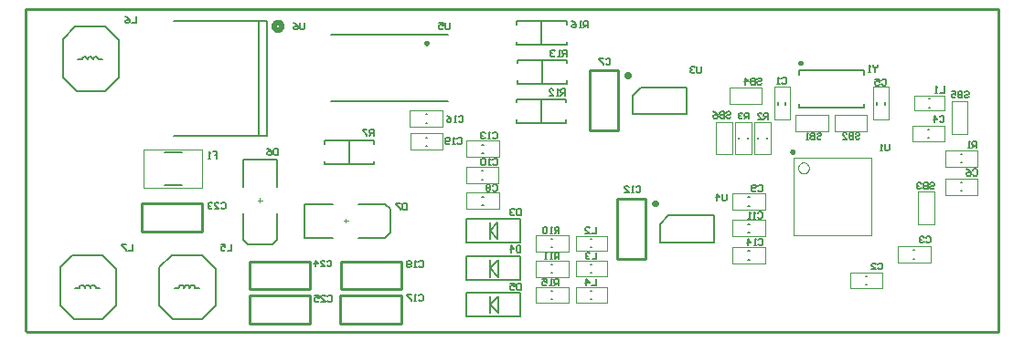
<source format=gbo>
%FSTAX23Y23*%
%MOIN*%
%SFA1B1*%

%IPPOS*%
%ADD22C,0.010000*%
%ADD24C,0.019700*%
%ADD27C,0.003900*%
%ADD62C,0.005900*%
%ADD64C,0.007900*%
%ADD65C,0.009800*%
%ADD66C,0.002000*%
%ADD110C,0.011800*%
%LNuzcar-1*%
%LPD*%
G54D22*
X03338Y02261D02*
Y02364D01*
X03117Y02261D02*
X03338D01*
X03117D02*
Y02364D01*
X03338*
Y02386D02*
Y02488D01*
X03117Y02386D02*
X03338D01*
X03117D02*
Y02488D01*
X03338*
X02725Y02597D02*
Y02699D01*
X02945*
Y02597D02*
Y02699D01*
X02725Y02597D02*
X02945D01*
X03671Y02386D02*
Y02488D01*
X0345Y02386D02*
X03671D01*
X0345D02*
Y02488D01*
X03671*
X03669Y02261D02*
Y02364D01*
X03448Y02261D02*
X03669D01*
X03448D02*
Y02364D01*
X03669*
X04458Y02496D02*
X04561D01*
X04458D02*
Y02717D01*
X04561*
Y02496D02*
Y02717D01*
X04358Y02966D02*
X0446D01*
X04358D02*
Y03187D01*
X0446*
Y02966D02*
Y03187D01*
X02301Y02234D02*
Y03411D01*
X02304Y02232D02*
X05847D01*
X02301Y03411D02*
X05846D01*
Y02234D02*
Y03411D01*
G54D24*
X03235Y03347D02*
D01*
X03235Y03348*
X03235Y03349*
X03234Y0335*
X03234Y03351*
X03234Y03352*
X03234Y03353*
X03233Y03354*
X03233Y03355*
X03232Y03355*
X03232Y03356*
X03231Y03357*
X0323Y03358*
X03229Y03358*
X03229Y03359*
X03228Y03359*
X03227Y0336*
X03226Y0336*
X03225Y03361*
X03224Y03361*
X03223Y03361*
X03222Y03361*
X03221Y03361*
X0322*
X03219Y03361*
X03218Y03361*
X03217Y03361*
X03216Y03361*
X03215Y0336*
X03215Y0336*
X03214Y03359*
X03213Y03359*
X03212Y03358*
X03211Y03358*
X03211Y03357*
X0321Y03356*
X03209Y03355*
X03209Y03355*
X03208Y03354*
X03208Y03353*
X03207Y03352*
X03207Y03351*
X03207Y0335*
X03207Y03349*
X03207Y03348*
X03207Y03347*
X03207Y03346*
X03207Y03345*
X03207Y03344*
X03207Y03343*
X03207Y03342*
X03208Y03341*
X03208Y03341*
X03209Y0334*
X03209Y03339*
X0321Y03338*
X03211Y03337*
X03211Y03337*
X03212Y03336*
X03213Y03336*
X03214Y03335*
X03215Y03335*
X03215Y03334*
X03216Y03334*
X03217Y03334*
X03218Y03333*
X03219Y03333*
X0322Y03333*
X03221*
X03222Y03333*
X03223Y03333*
X03224Y03334*
X03225Y03334*
X03226Y03334*
X03227Y03335*
X03228Y03335*
X03229Y03336*
X03229Y03336*
X0323Y03337*
X03231Y03337*
X03232Y03338*
X03232Y03339*
X03233Y0334*
X03233Y03341*
X03234Y03341*
X03234Y03342*
X03234Y03343*
X03234Y03344*
X03235Y03345*
X03235Y03346*
X03235Y03347*
G54D27*
X05156Y0283D02*
D01*
X05156Y02831*
X05156Y02832*
X05156Y02834*
X05156Y02835*
X05155Y02836*
X05155Y02838*
X05154Y02839*
X05153Y0284*
X05153Y02841*
X05152Y02842*
X05151Y02843*
X0515Y02844*
X05149Y02845*
X05148Y02846*
X05147Y02847*
X05145Y02847*
X05144Y02848*
X05143Y02848*
X05141Y02849*
X0514Y02849*
X05139Y02849*
X05137Y02849*
X05136*
X05135Y02849*
X05133Y02849*
X05132Y02849*
X05131Y02848*
X05129Y02848*
X05128Y02847*
X05127Y02847*
X05126Y02846*
X05125Y02845*
X05124Y02844*
X05123Y02843*
X05122Y02842*
X05121Y02841*
X0512Y0284*
X05119Y02839*
X05119Y02838*
X05118Y02836*
X05118Y02835*
X05117Y02834*
X05117Y02832*
X05117Y02831*
X05117Y0283*
X05117Y02828*
X05117Y02827*
X05117Y02825*
X05118Y02824*
X05118Y02823*
X05119Y02821*
X05119Y0282*
X0512Y02819*
X05121Y02818*
X05122Y02817*
X05123Y02816*
X05124Y02815*
X05125Y02814*
X05126Y02813*
X05127Y02812*
X05128Y02812*
X05129Y02811*
X05131Y02811*
X05132Y0281*
X05133Y0281*
X05135Y0281*
X05136Y0281*
X05137*
X05139Y0281*
X0514Y0281*
X05141Y0281*
X05143Y02811*
X05144Y02811*
X05145Y02812*
X05147Y02812*
X05148Y02813*
X05149Y02814*
X0515Y02815*
X05151Y02816*
X05152Y02817*
X05153Y02818*
X05153Y02819*
X05154Y0282*
X05155Y02821*
X05155Y02823*
X05156Y02824*
X05156Y02825*
X05156Y02827*
X05156Y02828*
X05156Y0283*
X05391Y03126D02*
X05447D01*
Y03006D02*
Y03126D01*
X05391Y03006D02*
X05447D01*
X05391D02*
Y03126D01*
X0503D02*
X05086D01*
Y03006D02*
Y03126D01*
X0503Y03006D02*
X05086D01*
X0503D02*
Y03126D01*
X05383Y02584D02*
Y02867D01*
X05099Y02584D02*
Y02867D01*
X05383*
X05099Y02584D02*
X05383D01*
X02944Y02758D02*
Y02896D01*
X02731D02*
X02944D01*
X02731Y02758D02*
Y02896D01*
Y02758D02*
X02944D01*
X0346Y02636D02*
X03476D01*
X03468Y02629D02*
Y02644D01*
X03155Y02704D02*
Y02719D01*
X03148Y02712D02*
X03163D01*
G54D62*
X0348Y02843D02*
Y0293D01*
X03389Y02918D02*
Y0293D01*
X03571*
Y02918D02*
Y0293D01*
Y02843D02*
Y02855D01*
X03389Y02843D02*
X03571D01*
X03389D02*
Y02855D01*
X0418Y02994D02*
Y03081D01*
X04271Y02994D02*
Y03006D01*
X0409Y02994D02*
X04271D01*
X0409D02*
Y03006D01*
Y03069D02*
Y03081D01*
X04271*
Y03069D02*
Y03081D01*
X04184Y03138D02*
Y03224D01*
X04275Y03138D02*
Y0315D01*
X04094Y03138D02*
X04275D01*
X04094D02*
Y0315D01*
Y03213D02*
Y03224D01*
X04275*
Y03213D02*
Y03224D01*
X04182Y03279D02*
Y03366D01*
X04273Y03279D02*
Y03291D01*
X04092Y03279D02*
X04273D01*
X04092D02*
Y03291D01*
Y03354D02*
Y03366D01*
X04273*
Y03354D02*
Y03366D01*
X05057Y03157D02*
X05061Y03161D01*
X05069*
X05073Y03157*
Y03141*
X05069Y03137*
X05061*
X05057Y03141*
X05049Y03137D02*
X05041D01*
X05045*
Y03161*
X05049Y03157*
X05408Y02478D02*
X05412Y02482D01*
X0542*
X05424Y02478*
Y02463*
X0542Y02459*
X05412*
X05408Y02463*
X05385Y02459D02*
X05401D01*
X05385Y02475*
Y02478*
X05389Y02482*
X05397*
X05401Y02478*
X05583Y02575D02*
X05587Y02579D01*
X05595*
X05599Y02575*
Y02559*
X05595Y02556*
X05587*
X05583Y02559*
X05576Y02575D02*
X05572Y02579D01*
X05564*
X0556Y02575*
Y02571*
X05564Y02567*
X05568*
X05564*
X0556Y02563*
Y02559*
X05564Y02556*
X05572*
X05576Y02559*
X05633Y03016D02*
X05637Y0302D01*
X05644*
X05648Y03016*
Y03*
X05644Y02996*
X05637*
X05633Y03*
X05613Y02996D02*
Y0302D01*
X05625Y03008*
X05609*
X05422Y03151D02*
X05426Y03155D01*
X05434*
X05438Y03151*
Y03136*
X05434Y03132*
X05426*
X05422Y03136*
X05398Y03155D02*
X05414D01*
Y03143*
X05406Y03147*
X05402*
X05398Y03143*
Y03136*
X05402Y03132*
X0541*
X05414Y03136*
X05754Y02822D02*
X05758Y02826D01*
X05766*
X0577Y02822*
Y02806*
X05766Y02802*
X05758*
X05754Y02806*
X05731Y02826D02*
X05739Y02822D01*
X05747Y02814*
Y02806*
X05743Y02802*
X05735*
X05731Y02806*
Y0281*
X05735Y02814*
X05747*
X04416Y03226D02*
X0442Y0323D01*
X04427*
X04431Y03226*
Y0321*
X04427Y03206*
X0442*
X04416Y0321*
X04408Y0323D02*
X04392D01*
Y03226*
X04408Y0321*
Y03206*
X04003Y02765D02*
X04007Y02769D01*
X04015*
X04019Y02765*
Y02749*
X04015Y02745*
X04007*
X04003Y02749*
X03995Y02765D02*
X03991Y02769D01*
X03983*
X03979Y02765*
Y02761*
X03983Y02757*
X03979Y02753*
Y02749*
X03983Y02745*
X03991*
X03995Y02749*
Y02753*
X03991Y02757*
X03995Y02761*
Y02765*
X03991Y02757D02*
X03983D01*
X04971Y02764D02*
X04975Y02768D01*
X04983*
X04987Y02764*
Y02748*
X04983Y02744*
X04975*
X04971Y02748*
X04964D02*
X0496Y02744D01*
X04952*
X04948Y02748*
Y02764*
X04952Y02768*
X0496*
X04964Y02764*
Y0276*
X0496Y02756*
X04948*
X04004Y02859D02*
X04008Y02863D01*
X04016*
X0402Y02859*
Y02843*
X04016Y02839*
X04008*
X04004Y02843*
X03996Y02839D02*
X03989D01*
X03992*
Y02863*
X03996Y02859*
X03977D02*
X03973Y02863D01*
X03965*
X03961Y02859*
Y02843*
X03965Y02839*
X03973*
X03977Y02843*
Y02859*
X0497Y02665D02*
X04974Y02669D01*
X04982*
X04986Y02665*
Y02649*
X04982Y02645*
X04974*
X0497Y02649*
X04962Y02645D02*
X04954D01*
X04958*
Y02669*
X04962Y02665*
X04943Y02645D02*
X04935D01*
X04939*
Y02669*
X04943Y02665*
X04526Y0276D02*
X0453Y02764D01*
X04538*
X04542Y0276*
Y02744*
X04538Y0274*
X0453*
X04526Y02744*
X04518Y0274D02*
X0451D01*
X04514*
Y02764*
X04518Y0276*
X04483Y0274D02*
X04499D01*
X04483Y02756*
Y0276*
X04487Y02764*
X04495*
X04499Y0276*
X04003Y02956D02*
X04007Y0296D01*
X04015*
X04019Y02956*
Y0294*
X04015Y02936*
X04007*
X04003Y0294*
X03995Y02936D02*
X03987D01*
X03991*
Y0296*
X03995Y02956*
X03976D02*
X03972Y0296D01*
X03964*
X0396Y02956*
Y02952*
X03964Y02948*
X03968*
X03964*
X0396Y02944*
Y0294*
X03964Y02936*
X03972*
X03976Y0294*
X04972Y02566D02*
X04976Y0257D01*
X04984*
X04988Y02566*
Y0255*
X04984Y02546*
X04976*
X04972Y0255*
X04964Y02546D02*
X04956D01*
X0496*
Y0257*
X04964Y02566*
X04933Y02546D02*
Y0257D01*
X04944Y02558*
X04929*
X03879Y03017D02*
X03883Y03021D01*
X03891*
X03895Y03017*
Y03001*
X03891Y02997*
X03883*
X03879Y03001*
X03871Y02997D02*
X03863D01*
X03867*
Y03021*
X03871Y03017*
X03836Y03021D02*
X03844Y03017D01*
X03852Y03009*
Y03001*
X03848Y02997*
X0384*
X03836Y03001*
Y03005*
X0384Y03009*
X03852*
X03733Y02364D02*
X03737Y02368D01*
X03745*
X03749Y02364*
Y02348*
X03745Y02344*
X03737*
X03733Y02348*
X03725Y02344D02*
X03717D01*
X03721*
Y02368*
X03725Y02364*
X03706Y02368D02*
X0369D01*
Y02364*
X03706Y02348*
Y02344*
X03734Y02486D02*
X03738Y0249D01*
X03746*
X0375Y02486*
Y0247*
X03746Y02466*
X03738*
X03734Y0247*
X03726Y02466D02*
X03718D01*
X03722*
Y0249*
X03726Y02486*
X03706D02*
X03702Y0249D01*
X03695*
X03691Y02486*
Y02482*
X03695Y02478*
X03691Y02474*
Y0247*
X03695Y02466*
X03702*
X03706Y0247*
Y02474*
X03702Y02478*
X03706Y02482*
Y02486*
X03702Y02478D02*
X03695D01*
X03874Y02936D02*
X03878Y0294D01*
X03886*
X0389Y02936*
Y0292*
X03886Y02916*
X03878*
X03874Y0292*
X03866Y02916D02*
X03858D01*
X03862*
Y0294*
X03866Y02936*
X03847Y0292D02*
X03843Y02916D01*
X03835*
X03831Y0292*
Y02936*
X03835Y0294*
X03843*
X03847Y02936*
Y02932*
X03843Y02928*
X03831*
X03013Y02699D02*
X03017Y02703D01*
X03025*
X03029Y02699*
Y02683*
X03025Y02679*
X03017*
X03013Y02683*
X0299Y02679D02*
X03005D01*
X0299Y02695*
Y02699*
X02994Y02703*
X03001*
X03005Y02699*
X02982D02*
X02978Y02703D01*
X0297*
X02966Y02699*
Y02695*
X0297Y02691*
X02974*
X0297*
X02966Y02687*
Y02683*
X0297Y02679*
X02978*
X02982Y02683*
X03399Y02488D02*
X03403Y02492D01*
X03411*
X03415Y02488*
Y02473*
X03411Y02469*
X03403*
X03399Y02473*
X03376Y02469D02*
X03391D01*
X03376Y02484*
Y02488*
X0338Y02492*
X03387*
X03391Y02488*
X03356Y02469D02*
Y02492D01*
X03368Y0248*
X03352*
X03401Y02361D02*
X03405Y02365D01*
X03413*
X03417Y02361*
Y02345*
X03413Y02341*
X03405*
X03401Y02345*
X03378Y02341D02*
X03393D01*
X03378Y02357*
Y02361*
X03382Y02365*
X03389*
X03393Y02361*
X03354Y02365D02*
X0337D01*
Y02353*
X03362Y02357*
X03358*
X03354Y02353*
Y02345*
X03358Y02341*
X03366*
X0337Y02345*
X04106Y0268D02*
Y02656D01*
X04095*
X04091Y0266*
Y02676*
X04095Y0268*
X04106*
X04083Y02676D02*
X04079Y0268D01*
X04071*
X04067Y02676*
Y02672*
X04071Y02668*
X04075*
X04071*
X04067Y02664*
Y0266*
X04071Y02656*
X04079*
X04083Y0266*
X04105Y02546D02*
Y02522D01*
X04093*
X04089Y02526*
Y02542*
X04093Y02546*
X04105*
X0407Y02522D02*
Y02546D01*
X04081Y02534*
X04066*
X04106Y02408D02*
Y02384D01*
X04094*
X0409Y02388*
Y02404*
X04094Y02408*
X04106*
X04067D02*
X04083D01*
Y02396*
X04075Y024*
X04071*
X04067Y02396*
Y02388*
X04071Y02384*
X04079*
X04083Y02388*
X03221Y02902D02*
Y02878D01*
X03209*
X03205Y02882*
Y02898*
X03209Y02902*
X03221*
X03182D02*
X03189Y02898D01*
X03197Y0289*
Y02882*
X03193Y02878*
X03186*
X03182Y02882*
Y02886*
X03186Y0289*
X03197*
X0369Y027D02*
Y02676D01*
X03678*
X03674Y0268*
Y02696*
X03678Y027*
X0369*
X03666D02*
X03651D01*
Y02696*
X03666Y0268*
Y02676*
X02983Y02889D02*
X02998D01*
Y02877*
X02991*
X02998*
Y02865*
X02975D02*
X02967D01*
X02971*
Y02889*
X02975Y02885*
X05649Y03129D02*
Y03105D01*
X05633*
X05625D02*
X05617D01*
X05621*
Y03129*
X05625Y03125*
X04381Y02613D02*
Y0259D01*
X04365*
X04342D02*
X04357D01*
X04342Y02605*
Y02609*
X04346Y02613*
X04353*
X04357Y02609*
X04382Y0252D02*
Y02496D01*
X04366*
X04358Y02516D02*
X04354Y0252D01*
X04347*
X04343Y02516*
Y02512*
X04347Y02508*
X04351*
X04347*
X04343Y02504*
Y025*
X04347Y02496*
X04354*
X04358Y025*
X0438Y02424D02*
Y02401D01*
X04365*
X04345D02*
Y02424D01*
X04357Y02412*
X04341*
X03052Y02551D02*
Y02527D01*
X03036*
X03013Y02551D02*
X03028D01*
Y02539*
X0302Y02543*
X03017*
X03013Y02539*
Y02531*
X03017Y02527*
X03024*
X03028Y02531*
X02703Y03383D02*
Y03359D01*
X02687*
X02664Y03383D02*
X02671Y03379D01*
X02679Y03371*
Y03363*
X02675Y03359*
X02668*
X02664Y03363*
Y03367*
X02668Y03371*
X02679*
X02691Y0255D02*
Y02526D01*
X02675*
X02667Y0255D02*
X02652D01*
Y02546*
X02667Y0253*
Y02526*
X05768Y02904D02*
Y02928D01*
X05756*
X05752Y02924*
Y02916*
X05756Y02912*
X05768*
X0576D02*
X05752Y02904D01*
X05745D02*
X05737D01*
X05741*
Y02928*
X05745Y02924*
X05008Y03008D02*
Y03032D01*
X04996*
X04992Y03028*
Y0302*
X04996Y03016*
X05008*
X05D02*
X04992Y03008D01*
X04969D02*
X04984D01*
X04969Y03024*
Y03028*
X04973Y03032*
X0498*
X04984Y03028*
X04938Y03009D02*
Y03032D01*
X04926*
X04922Y03028*
Y03021*
X04926Y03017*
X04938*
X0493D02*
X04922Y03009D01*
X04914Y03028D02*
X0491Y03032D01*
X04903*
X04899Y03028*
Y03025*
X04903Y03021*
X04906*
X04903*
X04899Y03017*
Y03013*
X04903Y03009*
X0491*
X04914Y03013*
X03569Y02948D02*
Y02972D01*
X03557*
X03553Y02968*
Y0296*
X03557Y02956*
X03569*
X03561D02*
X03553Y02948D01*
X03545Y02972D02*
X0353D01*
Y02968*
X03545Y02952*
Y02948*
X04245Y02591D02*
Y02615D01*
X04233*
X0423Y02611*
Y02603*
X04233Y02599*
X04245*
X04237D02*
X0423Y02591D01*
X04222D02*
X04214D01*
X04218*
Y02615*
X04222Y02611*
X04202D02*
X04198Y02615D01*
X0419*
X04186Y02611*
Y02595*
X0419Y02591*
X04198*
X04202Y02595*
Y02611*
X04244Y02496D02*
Y02519D01*
X04232*
X04229Y02516*
Y02508*
X04232Y02504*
X04244*
X04236D02*
X04229Y02496D01*
X04221D02*
X04213D01*
X04217*
Y02519*
X04221Y02516*
X04201Y02496D02*
X04193D01*
X04197*
Y02519*
X04201Y02516*
X04268Y03095D02*
Y03119D01*
X04256*
X04252Y03115*
Y03107*
X04256Y03103*
X04268*
X0426D02*
X04252Y03095D01*
X04245D02*
X04237D01*
X04241*
Y03119*
X04245Y03115*
X04209Y03095D02*
X04225D01*
X04209Y03111*
Y03115*
X04213Y03119*
X04221*
X04225Y03115*
X04273Y03238D02*
Y03262D01*
X04261*
X04257Y03258*
Y0325*
X04261Y03246*
X04273*
X04265D02*
X04257Y03238D01*
X0425D02*
X04242D01*
X04246*
Y03262*
X0425Y03258*
X0423D02*
X04226Y03262D01*
X04218*
X04214Y03258*
Y03254*
X04218Y0325*
X04222*
X04218*
X04214Y03246*
Y03242*
X04218Y03238*
X04226*
X0423Y03242*
X04244Y02401D02*
Y02424D01*
X04232*
X04228Y0242*
Y02412*
X04232Y02408*
X04244*
X04236D02*
X04228Y02401D01*
X0422D02*
X04212D01*
X04216*
Y02424*
X0422Y0242*
X04185Y02424D02*
X042D01*
Y02412*
X04192Y02416*
X04188*
X04185Y02412*
Y02405*
X04188Y02401*
X04196*
X042Y02405*
X04351Y03343D02*
Y03367D01*
X04339*
X04335Y03363*
Y03355*
X04339Y03351*
X04351*
X04343D02*
X04335Y03343D01*
X04328D02*
X0432D01*
X04324*
Y03367*
X04328Y03363*
X04292Y03367D02*
X043Y03363D01*
X04308Y03355*
Y03347*
X04304Y03343*
X04296*
X04292Y03347*
Y03351*
X04296Y03355*
X04308*
X05186Y02954D02*
X0519Y02958D01*
X05198*
X05202Y02954*
Y0295*
X05198Y02946*
X0519*
X05186Y02942*
Y02938*
X0519Y02934*
X05198*
X05202Y02938*
X05178Y02958D02*
Y02934D01*
X05166*
X05162Y02938*
Y02942*
X05166Y02946*
X05178*
X05166*
X05162Y0295*
Y02954*
X05166Y02958*
X05178*
X05154Y02934D02*
X05147D01*
X05151*
Y02958*
X05154Y02954*
X05326Y02955D02*
X0533Y02959D01*
X05338*
X05342Y02955*
Y02951*
X05338Y02947*
X0533*
X05326Y02943*
Y02939*
X0533Y02935*
X05338*
X05342Y02939*
X05318Y02959D02*
Y02935D01*
X05307*
X05303Y02939*
Y02943*
X05307Y02947*
X05318*
X05307*
X05303Y02951*
Y02955*
X05307Y02959*
X05318*
X05279Y02935D02*
X05295D01*
X05279Y02951*
Y02955*
X05283Y02959*
X05291*
X05295Y02955*
X05597Y02772D02*
X05601Y02776D01*
X05609*
X05613Y02772*
Y02768*
X05609Y02765*
X05601*
X05597Y02761*
Y02757*
X05601Y02753*
X05609*
X05613Y02757*
X05589Y02776D02*
Y02753D01*
X05578*
X05574Y02757*
Y02761*
X05578Y02765*
X05589*
X05578*
X05574Y02768*
Y02772*
X05578Y02776*
X05589*
X05566Y02772D02*
X05562Y02776D01*
X05554*
X0555Y02772*
Y02768*
X05554Y02765*
X05558*
X05554*
X0555Y02761*
Y02757*
X05554Y02753*
X05562*
X05566Y02757*
X04968Y03154D02*
X04972Y03158D01*
X0498*
X04983Y03154*
Y03151*
X0498Y03147*
X04972*
X04968Y03143*
Y03139*
X04972Y03135*
X0498*
X04983Y03139*
X0496Y03158D02*
Y03135D01*
X04948*
X04944Y03139*
Y03143*
X04948Y03147*
X0496*
X04948*
X04944Y03151*
Y03154*
X04948Y03158*
X0496*
X04924Y03135D02*
Y03158D01*
X04936Y03147*
X04921*
X05723Y03106D02*
X05727Y0311D01*
X05735*
X05739Y03106*
Y03102*
X05735Y03098*
X05727*
X05723Y03094*
Y0309*
X05727Y03086*
X05735*
X05739Y0309*
X05715Y0311D02*
Y03086D01*
X05704*
X057Y0309*
Y03094*
X05704Y03098*
X05715*
X05704*
X057Y03102*
Y03106*
X05704Y0311*
X05715*
X05676D02*
X05692D01*
Y03098*
X05684Y03102*
X0568*
X05676Y03098*
Y0309*
X0568Y03086*
X05688*
X05692Y0309*
X04855Y03032D02*
X04859Y03036D01*
X04867*
X04871Y03032*
Y03028*
X04867Y03024*
X04859*
X04855Y0302*
Y03016*
X04859Y03012*
X04867*
X04871Y03016*
X04847Y03036D02*
Y03012D01*
X04836*
X04832Y03016*
Y0302*
X04836Y03024*
X04847*
X04836*
X04832Y03028*
Y03032*
X04836Y03036*
X04847*
X04808D02*
X04816Y03032D01*
X04824Y03024*
Y03016*
X0482Y03012*
X04812*
X04808Y03016*
Y0302*
X04812Y03024*
X04824*
X05449Y02916D02*
Y02897D01*
X05445Y02893*
X05437*
X05433Y02897*
Y02916*
X05425Y02893D02*
X05418D01*
X05422*
Y02916*
X05425Y02912*
X04764Y03201D02*
Y03181D01*
X0476Y03177*
X04752*
X04748Y03181*
Y03201*
X0474Y03197D02*
X04736Y03201D01*
X04729*
X04725Y03197*
Y03193*
X04729Y03189*
X04732*
X04729*
X04725Y03185*
Y03181*
X04729Y03177*
X04736*
X0474Y03181*
X04856Y02735D02*
Y02715D01*
X04852Y02711*
X04844*
X0484Y02715*
Y02735*
X04821Y02711D02*
Y02735D01*
X04832Y02723*
X04817*
X03847Y03361D02*
Y03341D01*
X03843Y03337*
X03835*
X03831Y03341*
Y03361*
X03808D02*
X03823D01*
Y03349*
X03815Y03353*
X03812*
X03808Y03349*
Y03341*
X03812Y03337*
X03819*
X03823Y03341*
X03317Y0336D02*
Y0334D01*
X03313Y03336*
X03305*
X03301Y0334*
Y0336*
X03278D02*
X03285Y03356D01*
X03293Y03348*
Y0334*
X03289Y03336*
X03282*
X03278Y0334*
Y03344*
X03282Y03348*
X03293*
X05406Y03206D02*
Y03202D01*
X05398Y03194*
X0539Y03202*
Y03206*
X05398Y03194D02*
Y03182D01*
X05382D02*
X05374D01*
X05378*
Y03206*
X05382Y03202*
G54D64*
X02516Y02392D02*
D01*
X02516Y02393*
X02516Y02394*
X02516Y02394*
X02516Y02395*
X02516Y02396*
X02516Y02396*
X02515Y02397*
X02515Y02398*
X02514Y02398*
X02514Y02399*
X02514Y02399*
X02513Y024*
X02513Y024*
X02512Y02401*
X02511Y02401*
X02511Y02401*
X0251Y02402*
X02509Y02402*
X02509Y02402*
X02508Y02402*
X02507Y02402*
X02507Y02402*
X02506*
X02505Y02402*
X02505Y02402*
X02504Y02402*
X02503Y02402*
X02503Y02402*
X02502Y02401*
X02501Y02401*
X02501Y02401*
X025Y024*
X025Y024*
X02499Y02399*
X02499Y02399*
X02498Y02398*
X02498Y02398*
X02498Y02397*
X02497Y02396*
X02497Y02396*
X02497Y02395*
X02497Y02394*
X02496Y02394*
X02496Y02393*
X02496Y02392*
X02536D02*
D01*
X02536Y02393*
X02536Y02394*
X02536Y02394*
X02536Y02395*
X02536Y02396*
X02536Y02396*
X02535Y02397*
X02535Y02398*
X02534Y02398*
X02534Y02399*
X02534Y02399*
X02533Y024*
X02533Y024*
X02532Y02401*
X02531Y02401*
X02531Y02401*
X0253Y02402*
X02529Y02402*
X02529Y02402*
X02528Y02402*
X02527Y02402*
X02527Y02402*
X02526*
X02525Y02402*
X02525Y02402*
X02524Y02402*
X02523Y02402*
X02523Y02402*
X02522Y02401*
X02521Y02401*
X02521Y02401*
X0252Y024*
X0252Y024*
X02519Y02399*
X02519Y02399*
X02518Y02398*
X02518Y02398*
X02518Y02397*
X02517Y02396*
X02517Y02396*
X02517Y02395*
X02517Y02394*
X02516Y02394*
X02516Y02393*
X02516Y02392*
X02556D02*
D01*
X02556Y02393*
X02556Y02394*
X02556Y02394*
X02556Y02395*
X02556Y02396*
X02556Y02396*
X02555Y02397*
X02555Y02398*
X02554Y02398*
X02554Y02399*
X02554Y02399*
X02553Y024*
X02553Y024*
X02552Y02401*
X02551Y02401*
X02551Y02401*
X0255Y02402*
X02549Y02402*
X02549Y02402*
X02548Y02402*
X02547Y02402*
X02547Y02402*
X02546*
X02545Y02402*
X02545Y02402*
X02544Y02402*
X02543Y02402*
X02543Y02402*
X02542Y02401*
X02541Y02401*
X02541Y02401*
X0254Y024*
X0254Y024*
X02539Y02399*
X02539Y02399*
X02538Y02398*
X02538Y02398*
X02538Y02397*
X02537Y02396*
X02537Y02396*
X02537Y02395*
X02537Y02394*
X02536Y02394*
X02536Y02393*
X02536Y02392*
X02526Y03226D02*
D01*
X02526Y03227*
X02526Y03228*
X02526Y03228*
X02526Y03229*
X02526Y0323*
X02526Y0323*
X02525Y03231*
X02525Y03232*
X02524Y03232*
X02524Y03233*
X02524Y03233*
X02523Y03234*
X02523Y03234*
X02522Y03235*
X02521Y03235*
X02521Y03235*
X0252Y03236*
X02519Y03236*
X02519Y03236*
X02518Y03236*
X02517Y03236*
X02517Y03236*
X02516*
X02515Y03236*
X02515Y03236*
X02514Y03236*
X02513Y03236*
X02513Y03236*
X02512Y03235*
X02511Y03235*
X02511Y03235*
X0251Y03234*
X0251Y03234*
X02509Y03233*
X02509Y03233*
X02508Y03232*
X02508Y03232*
X02508Y03231*
X02507Y0323*
X02507Y0323*
X02507Y03229*
X02507Y03228*
X02506Y03228*
X02506Y03227*
X02506Y03226*
X02546D02*
D01*
X02546Y03227*
X02546Y03228*
X02546Y03228*
X02546Y03229*
X02546Y0323*
X02546Y0323*
X02545Y03231*
X02545Y03232*
X02544Y03232*
X02544Y03233*
X02544Y03233*
X02543Y03234*
X02543Y03234*
X02542Y03235*
X02541Y03235*
X02541Y03235*
X0254Y03236*
X02539Y03236*
X02539Y03236*
X02538Y03236*
X02537Y03236*
X02537Y03236*
X02536*
X02535Y03236*
X02535Y03236*
X02534Y03236*
X02533Y03236*
X02533Y03236*
X02532Y03235*
X02531Y03235*
X02531Y03235*
X0253Y03234*
X0253Y03234*
X02529Y03233*
X02529Y03233*
X02528Y03232*
X02528Y03232*
X02528Y03231*
X02527Y0323*
X02527Y0323*
X02527Y03229*
X02527Y03228*
X02526Y03228*
X02526Y03227*
X02526Y03226*
X02566D02*
D01*
X02566Y03227*
X02566Y03228*
X02566Y03228*
X02566Y03229*
X02566Y0323*
X02566Y0323*
X02565Y03231*
X02565Y03232*
X02564Y03232*
X02564Y03233*
X02564Y03233*
X02563Y03234*
X02563Y03234*
X02562Y03235*
X02561Y03235*
X02561Y03235*
X0256Y03236*
X02559Y03236*
X02559Y03236*
X02558Y03236*
X02557Y03236*
X02557Y03236*
X02556*
X02555Y03236*
X02555Y03236*
X02554Y03236*
X02553Y03236*
X02553Y03236*
X02552Y03235*
X02551Y03235*
X02551Y03235*
X0255Y03234*
X0255Y03234*
X02549Y03233*
X02549Y03233*
X02548Y03232*
X02548Y03232*
X02548Y03231*
X02547Y0323*
X02547Y0323*
X02547Y03229*
X02547Y03228*
X02546Y03228*
X02546Y03227*
X02546Y03226*
X02878Y02392D02*
D01*
X02878Y02393*
X02878Y02394*
X02878Y02394*
X02878Y02395*
X02878Y02396*
X02878Y02396*
X02877Y02397*
X02877Y02398*
X02876Y02398*
X02876Y02399*
X02876Y02399*
X02875Y024*
X02875Y024*
X02874Y02401*
X02873Y02401*
X02873Y02401*
X02872Y02402*
X02871Y02402*
X02871Y02402*
X0287Y02402*
X02869Y02402*
X02869Y02402*
X02868*
X02867Y02402*
X02867Y02402*
X02866Y02402*
X02865Y02402*
X02865Y02402*
X02864Y02401*
X02863Y02401*
X02863Y02401*
X02862Y024*
X02862Y024*
X02861Y02399*
X02861Y02399*
X0286Y02398*
X0286Y02398*
X0286Y02397*
X02859Y02396*
X02859Y02396*
X02859Y02395*
X02859Y02394*
X02858Y02394*
X02858Y02393*
X02858Y02392*
X02898D02*
D01*
X02898Y02393*
X02898Y02394*
X02898Y02394*
X02898Y02395*
X02898Y02396*
X02898Y02396*
X02897Y02397*
X02897Y02398*
X02896Y02398*
X02896Y02399*
X02896Y02399*
X02895Y024*
X02895Y024*
X02894Y02401*
X02893Y02401*
X02893Y02401*
X02892Y02402*
X02891Y02402*
X02891Y02402*
X0289Y02402*
X02889Y02402*
X02889Y02402*
X02888*
X02887Y02402*
X02887Y02402*
X02886Y02402*
X02885Y02402*
X02885Y02402*
X02884Y02401*
X02883Y02401*
X02883Y02401*
X02882Y024*
X02882Y024*
X02881Y02399*
X02881Y02399*
X0288Y02398*
X0288Y02398*
X0288Y02397*
X02879Y02396*
X02879Y02396*
X02879Y02395*
X02879Y02394*
X02878Y02394*
X02878Y02393*
X02878Y02392*
X02918D02*
D01*
X02918Y02393*
X02918Y02394*
X02918Y02394*
X02918Y02395*
X02918Y02396*
X02918Y02396*
X02917Y02397*
X02917Y02398*
X02916Y02398*
X02916Y02399*
X02916Y02399*
X02915Y024*
X02915Y024*
X02914Y02401*
X02913Y02401*
X02913Y02401*
X02912Y02402*
X02911Y02402*
X02911Y02402*
X0291Y02402*
X02909Y02402*
X02909Y02402*
X02908*
X02907Y02402*
X02907Y02402*
X02906Y02402*
X02905Y02402*
X02905Y02402*
X02904Y02401*
X02903Y02401*
X02903Y02401*
X02902Y024*
X02902Y024*
X02901Y02399*
X02901Y02399*
X029Y02398*
X029Y02398*
X029Y02397*
X02899Y02396*
X02899Y02396*
X02899Y02395*
X02899Y02394*
X02898Y02394*
X02898Y02393*
X02898Y02392*
X05433Y0306D02*
Y03072D01*
X05405Y0306D02*
Y03072D01*
X05072Y0306D02*
Y03072D01*
X05044Y0306D02*
Y03072D01*
X03993Y02569D02*
Y02632D01*
X04105Y02558D02*
Y02644D01*
X03908Y02558D02*
X04105D01*
X03908D02*
Y02644D01*
X04105*
X03993Y02601D02*
X04022Y02632D01*
Y02569D02*
Y02632D01*
X03993Y02601D02*
X04022Y02569D01*
X03994Y02432D02*
Y02495D01*
X04105Y0242D02*
Y02507D01*
X03908Y0242D02*
X04105D01*
X03908D02*
Y02507D01*
X04105*
X03994Y02464D02*
X04023Y02495D01*
Y02432D02*
Y02495D01*
X03994Y02464D02*
X04023Y02432D01*
X03994Y02299D02*
Y02362D01*
X04105Y02287D02*
Y02374D01*
X03908Y02287D02*
X04105D01*
X03908D02*
Y02374D01*
X04105*
X03994Y02331D02*
X04023Y02362D01*
Y02299D02*
Y02362D01*
X03994Y02331D02*
X04023Y02299D01*
X03415Y03318D02*
X03842D01*
X03415Y03075D02*
X03842D01*
X03151Y02947D02*
Y03367D01*
X02841Y02947D02*
X03181D01*
Y03367*
X02841D02*
X03181D01*
X04643Y02656D02*
X04812D01*
X04613Y02625D02*
X04643Y02656D01*
X04613Y02558D02*
Y02625D01*
X04812Y02558D02*
Y02656D01*
X04613Y02558D02*
X04812D01*
X04513Y03027D02*
X04712D01*
Y03125*
X04513Y03027D02*
Y03094D01*
X04543Y03125*
X04712*
X0376Y02942D02*
X03764D01*
X0376Y0291D02*
X03764D01*
X03759Y02995D02*
X03763D01*
X03759Y03026D02*
X03763D01*
X04935Y02494D02*
X04939D01*
X04935Y02526D02*
X04939D01*
X03965Y02883D02*
X03969D01*
X03965Y02915D02*
X03969D01*
X04935Y02594D02*
X04939D01*
X04935Y02625D02*
X04939D01*
X03964Y02788D02*
X03968D01*
X03964Y0282D02*
X03968D01*
X04935Y02691D02*
X04939D01*
X04935Y02723D02*
X04939D01*
X03965Y02694D02*
X03969D01*
X03965Y02725D02*
X03969D01*
X0571Y02746D02*
X05714D01*
X0571Y02777D02*
X05714D01*
X05591Y02972D02*
X05595D01*
X05591Y0294D02*
X05595D01*
X05538Y0253D02*
X05542D01*
X05538Y02498D02*
X05542D01*
X05363Y02403D02*
X05367D01*
X05363Y02434D02*
X05367D01*
X04361Y02382D02*
X04365D01*
X04361Y02351D02*
X04365D01*
X04361D02*
X04365D01*
X04361Y02382D02*
X04365D01*
X04361Y02477D02*
X04365D01*
X04361Y02446D02*
X04365D01*
X04361D02*
X04365D01*
X04361Y02477D02*
X04365D01*
X04361Y0257D02*
X04365D01*
X04361Y02539D02*
X04365D01*
X04361D02*
X04365D01*
X04361Y0257D02*
X04365D01*
X05594Y03083D02*
X05598D01*
X05594Y03052D02*
X05598D01*
X05594D02*
X05598D01*
X05594Y03083D02*
X05598D01*
X04218Y0235D02*
X04222D01*
X04218Y02381D02*
X04222D01*
X04218Y02446D02*
X04222D01*
X04218Y02477D02*
X04222D01*
X04218Y02539D02*
X04222D01*
X04218Y0257D02*
X04222D01*
X04933Y02937D02*
Y02941D01*
X04901Y02937D02*
Y02941D01*
X04971Y02937D02*
Y02941D01*
X05003Y02937D02*
Y02941D01*
X0571Y02849D02*
X05714D01*
X0571Y0288D02*
X05714D01*
X03318Y02575D02*
Y02697D01*
X03612D02*
X03629Y0268D01*
X03612Y02575D02*
X03629Y02593D01*
Y0268*
X03318Y02697D02*
X03421D01*
X03318Y02575D02*
X03421D01*
X03515D02*
X03612D01*
X03515Y02697D02*
X03612D01*
X03094Y02861D02*
X03216D01*
X03199Y0255D02*
X03216Y02568D01*
X03094D02*
X03112Y0255D01*
X03199*
X03216Y02759D02*
Y02861D01*
X03094Y02759D02*
Y02861D01*
Y02568D02*
Y02664D01*
X03216Y02568D02*
Y02664D01*
X02806Y02888D02*
X02869D01*
X02806Y02766D02*
X02869D01*
X05357Y03171D02*
Y03187D01*
X05121Y03171D02*
Y03187D01*
Y03049D02*
Y03065D01*
X05357Y03049D02*
Y03065D01*
X05121Y03187D02*
X05357D01*
X05121Y03049D02*
X05357D01*
X02481Y02392D02*
X02496D01*
X02556D02*
X02571D01*
X02581Y02512D02*
X02631Y02462D01*
X02471Y02512D02*
X02581D01*
X02426Y02467D02*
X02471Y02512D01*
X02581Y02277D02*
X02631Y02327D01*
Y02462*
X02476Y02277D02*
X02581D01*
X02426Y02327D02*
X02476Y02277D01*
X02426Y02327D02*
Y02467D01*
X02491Y03226D02*
X02506D01*
X02566D02*
X02581D01*
X02591Y03346D02*
X02641Y03296D01*
X02481Y03346D02*
X02591D01*
X02436Y03301D02*
X02481Y03346D01*
X02591Y03111D02*
X02641Y03161D01*
Y03296*
X02486Y03111D02*
X02591D01*
X02436Y03161D02*
X02486Y03111D01*
X02436Y03161D02*
Y03301D01*
X02843Y02392D02*
X02858D01*
X02918D02*
X02933D01*
X02943Y02512D02*
X02993Y02462D01*
X02833Y02512D02*
X02943D01*
X02788Y02467D02*
X02833Y02512D01*
X02943Y02277D02*
X02993Y02327D01*
Y02462*
X02838Y02277D02*
X02943D01*
X02788Y02327D02*
X02838Y02277D01*
X02788Y02327D02*
Y02467D01*
G54D65*
X03767Y03287D02*
D01*
X03767Y03287*
X03767Y03287*
X03766Y03288*
X03766Y03288*
X03766Y03288*
X03766Y03289*
X03766Y03289*
X03766Y03289*
X03766Y0329*
X03765Y0329*
X03765Y0329*
X03765Y0329*
X03765Y03291*
X03764Y03291*
X03764Y03291*
X03764Y03291*
X03764Y03291*
X03763Y03291*
X03763Y03291*
X03763Y03292*
X03762Y03292*
X03762Y03292*
X03762*
X03761Y03292*
X03761Y03292*
X03761Y03291*
X0376Y03291*
X0376Y03291*
X0376Y03291*
X03759Y03291*
X03759Y03291*
X03759Y03291*
X03758Y0329*
X03758Y0329*
X03758Y0329*
X03758Y0329*
X03758Y03289*
X03757Y03289*
X03757Y03289*
X03757Y03288*
X03757Y03288*
X03757Y03288*
X03757Y03287*
X03757Y03287*
X03757Y03287*
X03757Y03286*
X03757Y03286*
X03757Y03286*
X03757Y03285*
X03757Y03285*
X03757Y03285*
X03757Y03284*
X03758Y03284*
X03758Y03284*
X03758Y03284*
X03758Y03283*
X03758Y03283*
X03759Y03283*
X03759Y03283*
X03759Y03282*
X0376Y03282*
X0376Y03282*
X0376Y03282*
X03761Y03282*
X03761Y03282*
X03761Y03282*
X03762Y03282*
X03762*
X03762Y03282*
X03763Y03282*
X03763Y03282*
X03763Y03282*
X03764Y03282*
X03764Y03282*
X03764Y03282*
X03764Y03283*
X03765Y03283*
X03765Y03283*
X03765Y03283*
X03765Y03284*
X03766Y03284*
X03766Y03284*
X03766Y03284*
X03766Y03285*
X03766Y03285*
X03766Y03285*
X03766Y03286*
X03767Y03286*
X03767Y03286*
X03767Y03287*
X05101Y02889D02*
D01*
X05101Y02889*
X05101Y0289*
X05101Y0289*
X05101Y0289*
X05101Y02891*
X05101Y02891*
X051Y02891*
X051Y02892*
X051Y02892*
X051Y02892*
X051Y02893*
X05099Y02893*
X05099Y02893*
X05099Y02893*
X05099Y02893*
X05098Y02894*
X05098Y02894*
X05098Y02894*
X05097Y02894*
X05097Y02894*
X05097Y02894*
X05096Y02894*
X05096*
X05096Y02894*
X05095Y02894*
X05095Y02894*
X05095Y02894*
X05094Y02894*
X05094Y02894*
X05094Y02893*
X05093Y02893*
X05093Y02893*
X05093Y02893*
X05093Y02893*
X05092Y02892*
X05092Y02892*
X05092Y02892*
X05092Y02891*
X05092Y02891*
X05091Y02891*
X05091Y0289*
X05091Y0289*
X05091Y0289*
X05091Y02889*
X05091Y02889*
X05091Y02889*
X05091Y02888*
X05091Y02888*
X05091Y02888*
X05091Y02887*
X05092Y02887*
X05092Y02887*
X05092Y02887*
X05092Y02886*
X05092Y02886*
X05093Y02886*
X05093Y02885*
X05093Y02885*
X05093Y02885*
X05094Y02885*
X05094Y02885*
X05094Y02885*
X05095Y02884*
X05095Y02884*
X05095Y02884*
X05096Y02884*
X05096Y02884*
X05096*
X05097Y02884*
X05097Y02884*
X05097Y02884*
X05098Y02884*
X05098Y02885*
X05098Y02885*
X05099Y02885*
X05099Y02885*
X05099Y02885*
X05099Y02885*
X051Y02886*
X051Y02886*
X051Y02886*
X051Y02887*
X051Y02887*
X05101Y02887*
X05101Y02887*
X05101Y02888*
X05101Y02888*
X05101Y02888*
X05101Y02889*
X05101Y02889*
X05129Y03214D02*
D01*
X05129Y03214*
X05129Y03214*
X05129Y03215*
X05129Y03215*
X05129Y03215*
X05129Y03216*
X05128Y03216*
X05128Y03216*
X05128Y03216*
X05128Y03217*
X05128Y03217*
X05127Y03217*
X05127Y03217*
X05127Y03218*
X05127Y03218*
X05126Y03218*
X05126Y03218*
X05126Y03218*
X05125Y03218*
X05125Y03218*
X05125Y03218*
X05124Y03218*
X05124*
X05124Y03218*
X05123Y03218*
X05123Y03218*
X05123Y03218*
X05122Y03218*
X05122Y03218*
X05122Y03218*
X05121Y03218*
X05121Y03217*
X05121Y03217*
X05121Y03217*
X0512Y03217*
X0512Y03216*
X0512Y03216*
X0512Y03216*
X0512Y03216*
X05119Y03215*
X05119Y03215*
X05119Y03215*
X05119Y03214*
X05119Y03214*
X05119Y03214*
X05119Y03213*
X05119Y03213*
X05119Y03213*
X05119Y03212*
X05119Y03212*
X0512Y03212*
X0512Y03211*
X0512Y03211*
X0512Y03211*
X0512Y0321*
X05121Y0321*
X05121Y0321*
X05121Y0321*
X05121Y0321*
X05122Y03209*
X05122Y03209*
X05122Y03209*
X05123Y03209*
X05123Y03209*
X05123Y03209*
X05124Y03209*
X05124Y03209*
X05124*
X05125Y03209*
X05125Y03209*
X05125Y03209*
X05126Y03209*
X05126Y03209*
X05126Y03209*
X05127Y03209*
X05127Y0321*
X05127Y0321*
X05127Y0321*
X05128Y0321*
X05128Y0321*
X05128Y03211*
X05128Y03211*
X05128Y03211*
X05129Y03212*
X05129Y03212*
X05129Y03212*
X05129Y03213*
X05129Y03213*
X05129Y03213*
X05129Y03214*
G54D66*
X03703Y02897D02*
Y02956D01*
Y02897D02*
X03821D01*
Y02956*
X03703D02*
X03821D01*
X0382Y02981D02*
Y0304D01*
X03702D02*
X0382D01*
X03702Y02981D02*
Y0304D01*
Y02981D02*
X0382D01*
X04996Y02481D02*
Y0254D01*
X04878D02*
X04996D01*
X04878Y02481D02*
Y0254D01*
Y02481D02*
X04996D01*
X04026Y0287D02*
Y02929D01*
X03908D02*
X04026D01*
X03908Y0287D02*
Y02929D01*
Y0287D02*
X04026D01*
X04996Y0258D02*
Y02639D01*
X04878D02*
X04996D01*
X04878Y0258D02*
Y02639D01*
Y0258D02*
X04996D01*
X04025Y02774D02*
Y02833D01*
X03907D02*
X04025D01*
X03907Y02774D02*
Y02833D01*
Y02774D02*
X04025D01*
X04996Y02677D02*
Y02736D01*
X04878D02*
X04996D01*
X04878Y02677D02*
Y02736D01*
Y02677D02*
X04996D01*
X04026Y0268D02*
Y02739D01*
X03908D02*
X04026D01*
X03908Y0268D02*
Y02739D01*
Y0268D02*
X04026D01*
X05771Y02732D02*
Y02791D01*
X05653D02*
X05771D01*
X05653Y02732D02*
Y02791D01*
Y02732D02*
X05771D01*
X05534Y02926D02*
Y02985D01*
Y02926D02*
X05652D01*
Y02985*
X05534D02*
X05652D01*
X05481Y02484D02*
Y02544D01*
Y02484D02*
X05599D01*
Y02544*
X05481D02*
X05599D01*
X05424Y02389D02*
Y02448D01*
X05306D02*
X05424D01*
X05306Y02389D02*
Y02448D01*
Y02389D02*
X05424D01*
X04308Y02338D02*
X04419D01*
Y02394*
X04308D02*
X04419D01*
X04308Y02338D02*
Y02394D01*
Y02433D02*
X04419D01*
Y02489*
X04308D02*
X04419D01*
X04308Y02433D02*
Y02489D01*
Y02526D02*
X04419D01*
Y02582*
X04308D02*
X04419D01*
X04308Y02526D02*
Y02582D01*
X05541Y03039D02*
X05652D01*
Y03095*
X05541D02*
X05652D01*
X05541Y03039D02*
Y03095D01*
X04279Y02336D02*
Y02395D01*
X04161D02*
X04279D01*
X04161Y02336D02*
Y02395D01*
Y02336D02*
X04279D01*
Y02432D02*
Y02491D01*
X04161D02*
X04279D01*
X04161Y02432D02*
Y02491D01*
Y02432D02*
X04279D01*
Y02525D02*
Y02584D01*
X04161D02*
X04279D01*
X04161Y02525D02*
Y02584D01*
Y02525D02*
X04279D01*
X04888Y02998D02*
X04947D01*
X04888Y0288D02*
Y02998D01*
Y0288D02*
X04947D01*
Y02998*
X04958Y0288D02*
X05017D01*
Y02998*
X04958D02*
X05017D01*
X04958Y0288D02*
Y02998D01*
X05771Y02835D02*
Y02894D01*
X05653D02*
X05771D01*
X05653Y02835D02*
Y02894D01*
Y02835D02*
X05771D01*
X04817Y0288D02*
X04876D01*
Y02998*
X04817Y0288D02*
Y02998D01*
X04876*
X05676Y02955D02*
X05735D01*
Y03073*
X05676Y02955D02*
Y03073D01*
X05735*
X04985Y03065D02*
Y03124D01*
X04867D02*
X04985D01*
X04867Y03065D02*
X04985D01*
X04867D02*
Y03124D01*
X05554Y02625D02*
X05613D01*
Y02743*
X05554Y02625D02*
Y02743D01*
X05613*
X05367Y02965D02*
Y03024D01*
X05249D02*
X05367D01*
X05249Y02965D02*
X05367D01*
X05249D02*
Y03024D01*
X05107Y02965D02*
Y03024D01*
Y02965D02*
X05226D01*
X05107Y03024D02*
X05226D01*
Y02965D02*
Y03024D01*
G54D110*
X04603Y02699D02*
D01*
X04603Y02699*
X04603Y027*
X04603Y027*
X04603Y027*
X04603Y02701*
X04603Y02701*
X04603Y02701*
X04602Y02702*
X04602Y02702*
X04602Y02702*
X04602Y02703*
X04601Y02703*
X04601Y02703*
X04601Y02704*
X046Y02704*
X046Y02704*
X046Y02704*
X04599Y02704*
X04599Y02704*
X04598Y02705*
X04598Y02705*
X04598Y02705*
X04597*
X04597Y02705*
X04596Y02705*
X04596Y02704*
X04595Y02704*
X04595Y02704*
X04595Y02704*
X04594Y02704*
X04594Y02704*
X04594Y02703*
X04593Y02703*
X04593Y02703*
X04593Y02702*
X04593Y02702*
X04592Y02702*
X04592Y02701*
X04592Y02701*
X04592Y02701*
X04592Y027*
X04592Y027*
X04591Y027*
X04591Y02699*
X04591Y02699*
X04591Y02698*
X04591Y02698*
X04592Y02697*
X04592Y02697*
X04592Y02697*
X04592Y02696*
X04592Y02696*
X04592Y02696*
X04593Y02695*
X04593Y02695*
X04593Y02695*
X04593Y02694*
X04594Y02694*
X04594Y02694*
X04594Y02694*
X04595Y02693*
X04595Y02693*
X04595Y02693*
X04596Y02693*
X04596Y02693*
X04597Y02693*
X04597Y02693*
X04598*
X04598Y02693*
X04598Y02693*
X04599Y02693*
X04599Y02693*
X046Y02693*
X046Y02693*
X046Y02694*
X04601Y02694*
X04601Y02694*
X04601Y02694*
X04602Y02695*
X04602Y02695*
X04602Y02695*
X04602Y02696*
X04603Y02696*
X04603Y02696*
X04603Y02697*
X04603Y02697*
X04603Y02697*
X04603Y02698*
X04603Y02698*
X04603Y02699*
X04503Y03168D02*
D01*
X04503Y03168*
X04503Y03169*
X04503Y03169*
X04503Y03169*
X04503Y0317*
X04503Y0317*
X04503Y0317*
X04502Y03171*
X04502Y03171*
X04502Y03171*
X04502Y03172*
X04501Y03172*
X04501Y03172*
X04501Y03173*
X045Y03173*
X045Y03173*
X045Y03173*
X04499Y03173*
X04499Y03173*
X04498Y03174*
X04498Y03174*
X04498Y03174*
X04497*
X04497Y03174*
X04496Y03174*
X04496Y03173*
X04495Y03173*
X04495Y03173*
X04495Y03173*
X04494Y03173*
X04494Y03173*
X04494Y03172*
X04493Y03172*
X04493Y03172*
X04493Y03171*
X04493Y03171*
X04492Y03171*
X04492Y0317*
X04492Y0317*
X04492Y0317*
X04492Y03169*
X04492Y03169*
X04491Y03169*
X04491Y03168*
X04491Y03168*
X04491Y03167*
X04491Y03167*
X04492Y03166*
X04492Y03166*
X04492Y03166*
X04492Y03165*
X04492Y03165*
X04492Y03165*
X04493Y03164*
X04493Y03164*
X04493Y03164*
X04493Y03163*
X04494Y03163*
X04494Y03163*
X04494Y03163*
X04495Y03162*
X04495Y03162*
X04495Y03162*
X04496Y03162*
X04496Y03162*
X04497Y03162*
X04497Y03162*
X04498*
X04498Y03162*
X04498Y03162*
X04499Y03162*
X04499Y03162*
X045Y03162*
X045Y03162*
X045Y03163*
X04501Y03163*
X04501Y03163*
X04501Y03163*
X04502Y03164*
X04502Y03164*
X04502Y03164*
X04502Y03165*
X04503Y03165*
X04503Y03165*
X04503Y03166*
X04503Y03166*
X04503Y03166*
X04503Y03167*
X04503Y03167*
X04503Y03168*
M02*
</source>
